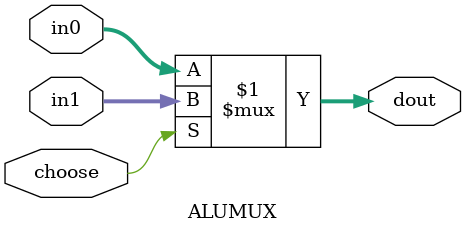
<source format=v>
module ALUMUX(in0, in1, choose, dout);
    input [31:0] in0, in1;
    input choose;
    output [31:0] dout;

    wire [31:0] dout;
    assign dout = (choose) ? in1 : in0;
endmodule
</source>
